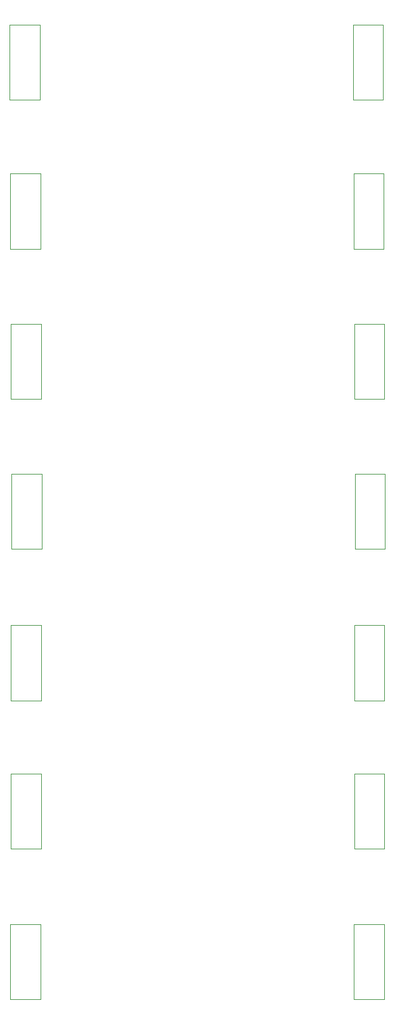
<source format=gbr>
%TF.GenerationSoftware,KiCad,Pcbnew,8.0.6*%
%TF.CreationDate,2024-12-16T15:49:55+01:00*%
%TF.ProjectId,Beecounter,42656563-6f75-46e7-9465-722e6b696361,rev?*%
%TF.SameCoordinates,Original*%
%TF.FileFunction,Other,User*%
%FSLAX46Y46*%
G04 Gerber Fmt 4.6, Leading zero omitted, Abs format (unit mm)*
G04 Created by KiCad (PCBNEW 8.0.6) date 2024-12-16 15:49:55*
%MOMM*%
%LPD*%
G01*
G04 APERTURE LIST*
%ADD10C,0.100000*%
G04 APERTURE END LIST*
D10*
X39830000Y-65140000D02*
X43830000Y-65140000D01*
X43830000Y-75140000D01*
X39830000Y-75140000D01*
X39830000Y-65140000D01*
X85700000Y-65140000D02*
X89700000Y-65140000D01*
X89700000Y-75140000D01*
X85700000Y-75140000D01*
X85700000Y-65140000D01*
X39910000Y-85000000D02*
X43910000Y-85000000D01*
X43910000Y-95000000D01*
X39910000Y-95000000D01*
X39910000Y-85000000D01*
X85780000Y-85000000D02*
X89780000Y-85000000D01*
X89780000Y-95000000D01*
X85780000Y-95000000D01*
X85780000Y-85000000D01*
X85870000Y-105040000D02*
X89870000Y-105040000D01*
X89870000Y-115040000D01*
X85870000Y-115040000D01*
X85870000Y-105040000D01*
X40000000Y-105040000D02*
X44000000Y-105040000D01*
X44000000Y-115040000D01*
X40000000Y-115040000D01*
X40000000Y-105040000D01*
X85950000Y-125000000D02*
X89950000Y-125000000D01*
X89950000Y-135000000D01*
X85950000Y-135000000D01*
X85950000Y-125000000D01*
X40080000Y-125000000D02*
X44080000Y-125000000D01*
X44080000Y-135000000D01*
X40080000Y-135000000D01*
X40080000Y-125000000D01*
X85870000Y-145200000D02*
X89870000Y-145200000D01*
X89870000Y-155200000D01*
X85870000Y-155200000D01*
X85870000Y-145200000D01*
X40000000Y-145200000D02*
X44000000Y-145200000D01*
X44000000Y-155200000D01*
X40000000Y-155200000D01*
X40000000Y-145200000D01*
X85790000Y-185030000D02*
X89790000Y-185030000D01*
X89790000Y-195030000D01*
X85790000Y-195030000D01*
X85790000Y-185030000D01*
X39920000Y-185030000D02*
X43920000Y-185030000D01*
X43920000Y-195030000D01*
X39920000Y-195030000D01*
X39920000Y-185030000D01*
X85870000Y-165000000D02*
X89870000Y-165000000D01*
X89870000Y-175000000D01*
X85870000Y-175000000D01*
X85870000Y-165000000D01*
X40000000Y-165000000D02*
X44000000Y-165000000D01*
X44000000Y-175000000D01*
X40000000Y-175000000D01*
X40000000Y-165000000D01*
M02*

</source>
